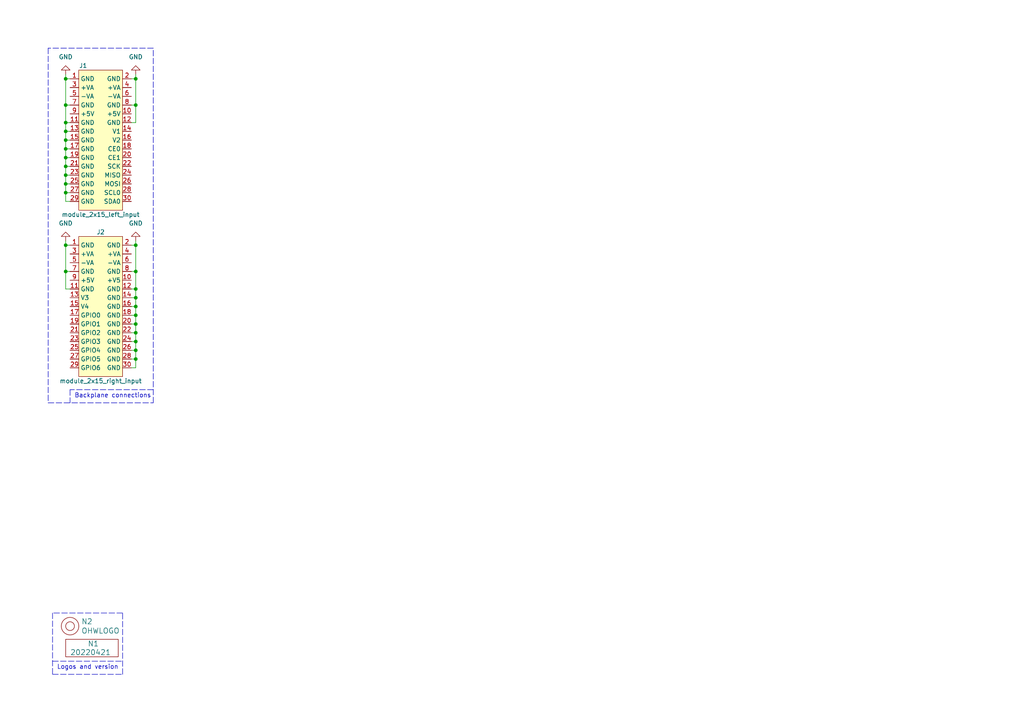
<source format=kicad_sch>
(kicad_sch (version 20211123) (generator eeschema)
  (paper "A4")
  (lib_symbols
    (symbol "SquantorConnectorsNamed:module_2x15_left_input"
      (property "Reference" "J" (at 0 21.59 0))
      (property "Value" "module_2x15_left_input" (at 0 -21.59 0))
      (symbol "module_2x15_left_input_0_1"
        (rectangle (start -6.35 20.32) (end 6.35 -20.32) (fill (type background)))
      )
      (symbol "module_2x15_left_input_1_1"
        (pin power_in line (at -8.89 17.78 0) (length 2.54) (name "GND") (number "1"))
        (pin power_in line (at 8.89 7.62 180) (length 2.54) (name "+5V") (number "10"))
        (pin power_in line (at -8.89 5.08 0) (length 2.54) (name "GND") (number "11"))
        (pin power_in line (at 8.89 5.08 180) (length 2.54) (name "GND") (number "12"))
        (pin power_in line (at -8.89 2.54 0) (length 2.54) (name "GND") (number "13"))
        (pin power_in line (at 8.89 2.54 180) (length 2.54) (name "V1") (number "14"))
        (pin power_in line (at -8.89 0 0) (length 2.54) (name "GND") (number "15"))
        (pin power_in line (at 8.89 0 180) (length 2.54) (name "V2") (number "16"))
        (pin power_in line (at -8.89 -2.54 0) (length 2.54) (name "GND") (number "17"))
        (pin input line (at 8.89 -2.54 180) (length 2.54) (name "CE0") (number "18"))
        (pin power_in line (at -8.89 -5.08 0) (length 2.54) (name "GND") (number "19"))
        (pin power_in line (at 8.89 17.78 180) (length 2.54) (name "GND") (number "2"))
        (pin input line (at 8.89 -5.08 180) (length 2.54) (name "CE1") (number "20"))
        (pin power_in line (at -8.89 -7.62 0) (length 2.54) (name "GND") (number "21"))
        (pin input line (at 8.89 -7.62 180) (length 2.54) (name "SCK") (number "22"))
        (pin power_in line (at -8.89 -10.16 0) (length 2.54) (name "GND") (number "23"))
        (pin bidirectional line (at 8.89 -10.16 180) (length 2.54) (name "MISO") (number "24"))
        (pin power_in line (at -8.89 -12.7 0) (length 2.54) (name "GND") (number "25"))
        (pin input line (at 8.89 -12.7 180) (length 2.54) (name "MOSI") (number "26"))
        (pin power_in line (at -8.89 -15.24 0) (length 2.54) (name "GND") (number "27"))
        (pin bidirectional line (at 8.89 -15.24 180) (length 2.54) (name "SCL0") (number "28"))
        (pin power_in line (at -8.89 -17.78 0) (length 2.54) (name "GND") (number "29"))
        (pin power_in line (at -8.89 15.24 0) (length 2.54) (name "+VA") (number "3"))
        (pin bidirectional line (at 8.89 -17.78 180) (length 2.54) (name "SDA0") (number "30"))
        (pin power_in line (at 8.89 15.24 180) (length 2.54) (name "+VA") (number "4"))
        (pin power_in line (at -8.89 12.7 0) (length 2.54) (name "-VA") (number "5"))
        (pin power_in line (at 8.89 12.7 180) (length 2.54) (name "-VA") (number "6"))
        (pin power_in line (at -8.89 10.16 0) (length 2.54) (name "GND") (number "7"))
        (pin power_in line (at 8.89 10.16 180) (length 2.54) (name "GND") (number "8"))
        (pin power_in line (at -8.89 7.62 0) (length 2.54) (name "+5V") (number "9"))
      )
    )
    (symbol "SquantorConnectorsNamed:module_2x15_right_input"
      (property "Reference" "J" (at 0 19.05 0))
      (property "Value" "module_2x15_right_input" (at 0 -24.13 0))
      (symbol "module_2x15_right_input_0_1"
        (rectangle (start -6.35 17.78) (end 6.35 -22.86) (fill (type background)))
      )
      (symbol "module_2x15_right_input_1_1"
        (pin power_in line (at -8.89 15.24 0) (length 2.54) (name "GND") (number "1"))
        (pin power_in line (at 8.89 5.08 180) (length 2.54) (name "+V5") (number "10"))
        (pin power_in line (at -8.89 2.54 0) (length 2.54) (name "GND") (number "11"))
        (pin power_in line (at 8.89 2.54 180) (length 2.54) (name "GND") (number "12"))
        (pin power_in line (at -8.89 0 0) (length 2.54) (name "V3") (number "13"))
        (pin power_in line (at 8.89 0 180) (length 2.54) (name "GND") (number "14"))
        (pin power_in line (at -8.89 -2.54 0) (length 2.54) (name "V4") (number "15"))
        (pin power_in line (at 8.89 -2.54 180) (length 2.54) (name "GND") (number "16"))
        (pin bidirectional line (at -8.89 -5.08 0) (length 2.54) (name "GPIO0") (number "17"))
        (pin power_in line (at 8.89 -5.08 180) (length 2.54) (name "GND") (number "18"))
        (pin bidirectional line (at -8.89 -7.62 0) (length 2.54) (name "GPIO1") (number "19"))
        (pin power_in line (at 8.89 15.24 180) (length 2.54) (name "GND") (number "2"))
        (pin power_in line (at 8.89 -7.62 180) (length 2.54) (name "GND") (number "20"))
        (pin bidirectional line (at -8.89 -10.16 0) (length 2.54) (name "GPIO2") (number "21"))
        (pin power_in line (at 8.89 -10.16 180) (length 2.54) (name "GND") (number "22"))
        (pin bidirectional line (at -8.89 -12.7 0) (length 2.54) (name "GPIO3") (number "23"))
        (pin power_in line (at 8.89 -12.7 180) (length 2.54) (name "GND") (number "24"))
        (pin bidirectional line (at -8.89 -15.24 0) (length 2.54) (name "GPIO4") (number "25"))
        (pin power_in line (at 8.89 -15.24 180) (length 2.54) (name "GND") (number "26"))
        (pin bidirectional line (at -8.89 -17.78 0) (length 2.54) (name "GPIO5") (number "27"))
        (pin power_in line (at 8.89 -17.78 180) (length 2.54) (name "GND") (number "28"))
        (pin bidirectional line (at -8.89 -20.32 0) (length 2.54) (name "GPIO6") (number "29"))
        (pin power_in line (at -8.89 12.7 0) (length 2.54) (name "+VA") (number "3"))
        (pin power_in line (at 8.89 -20.32 180) (length 2.54) (name "GND") (number "30"))
        (pin power_in line (at 8.89 12.7 180) (length 2.54) (name "+VA") (number "4"))
        (pin power_in line (at -8.89 10.16 0) (length 2.54) (name "-VA") (number "5"))
        (pin power_in line (at 8.89 10.16 180) (length 2.54) (name "-VA") (number "6"))
        (pin power_in line (at -8.89 7.62 0) (length 2.54) (name "GND") (number "7"))
        (pin power_in line (at 8.89 7.62 180) (length 2.54) (name "GND") (number "8"))
        (pin power_in line (at -8.89 5.08 0) (length 2.54) (name "+5V") (number "9"))
      )
    )
    (symbol "SquantorLabels:OHWLOGO" (pin_names (offset 1.016))
      (property "Reference" "N" (at 0 3.81 0))
      (property "Value" "OHWLOGO" (at 0 -3.81 0))
      (symbol "OHWLOGO_0_1"
        (circle (center 0 0) (radius 1.27))
        (circle (center 0 0) (radius 2.54))
      )
    )
    (symbol "SquantorLabels:VYYYYMMDD" (pin_names (offset 1.016))
      (property "Reference" "N" (at 0 2.54 0))
      (property "Value" "VYYYYMMDD" (at 0 0 0))
      (symbol "VYYYYMMDD_0_1"
        (rectangle (start 7.62 -1.27) (end -7.62 3.81))
      )
    )
    (symbol "power:GND" (power) (pin_names (offset 0))
      (property "Value" "GND" (at 0 -3.81 0))
      (symbol "GND_0_1"
        (polyline (pts (xy 0 0) (xy 0 -1.27) (xy 1.27 -1.27) (xy 0 -2.54) (xy -1.27 -1.27) (xy 0 -1.27)))
      )
      (symbol "GND_1_1"
        (pin power_in line (at 0 0 270) (length 0) hide (name "GND") (number "1"))
      )
    )
  )
  (junction (at 19.05 71.12))
  (junction (at 19.05 38.1))
  (junction (at 39.37 101.6))
  (junction (at 19.05 48.26))
  (junction (at 19.05 55.88))
  (junction (at 39.37 91.44))
  (junction (at 39.37 22.86))
  (junction (at 19.05 35.56))
  (junction (at 39.37 88.9))
  (junction (at 19.05 40.64))
  (junction (at 39.37 104.14))
  (junction (at 19.05 53.34))
  (junction (at 19.05 78.74))
  (junction (at 39.37 96.52))
  (junction (at 39.37 86.36))
  (junction (at 19.05 50.8))
  (junction (at 39.37 30.48))
  (junction (at 19.05 43.18))
  (junction (at 19.05 30.48))
  (junction (at 19.05 45.72))
  (junction (at 39.37 71.12))
  (junction (at 39.37 99.06))
  (junction (at 19.05 22.86))
  (junction (at 39.37 93.98))
  (junction (at 39.37 78.74))
  (junction (at 39.37 83.82))
  (polyline (pts (xy 20.32 113.03) (xy 20.32 116.84)))
  (wire (pts (xy 19.05 53.34) (xy 19.05 55.88)))
  (wire (pts (xy 19.05 35.56) (xy 19.05 38.1)))
  (wire (pts (xy 19.05 45.72) (xy 20.32 45.72)))
  (wire (pts (xy 19.05 30.48) (xy 20.32 30.48)))
  (wire (pts (xy 19.05 43.18) (xy 20.32 43.18)))
  (wire (pts (xy 19.05 55.88) (xy 20.32 55.88)))
  (wire (pts (xy 19.05 22.86) (xy 19.05 30.48)))
  (wire (pts (xy 39.37 71.12) (xy 39.37 69.85)))
  (wire (pts (xy 19.05 45.72) (xy 19.05 48.26)))
  (wire (pts (xy 39.37 88.9) (xy 39.37 86.36)))
  (polyline (pts (xy 15.24 177.8) (xy 15.24 195.58)))
  (polyline (pts (xy 35.56 177.8) (xy 15.24 177.8)))
  (wire (pts (xy 19.05 21.59) (xy 19.05 22.86)))
  (wire (pts (xy 39.37 91.44) (xy 39.37 88.9)))
  (polyline (pts (xy 44.45 116.84) (xy 44.45 13.97)))
  (wire (pts (xy 19.05 38.1) (xy 19.05 40.64)))
  (wire (pts (xy 39.37 22.86) (xy 38.1 22.86)))
  (wire (pts (xy 19.05 50.8) (xy 19.05 53.34)))
  (wire (pts (xy 39.37 35.56) (xy 38.1 35.56)))
  (wire (pts (xy 39.37 106.68) (xy 39.37 104.14)))
  (polyline (pts (xy 13.97 116.84) (xy 44.45 116.84)))
  (wire (pts (xy 19.05 43.18) (xy 19.05 45.72)))
  (wire (pts (xy 39.37 30.48) (xy 39.37 35.56)))
  (wire (pts (xy 19.05 38.1) (xy 20.32 38.1)))
  (wire (pts (xy 38.1 106.68) (xy 39.37 106.68)))
  (wire (pts (xy 19.05 58.42) (xy 20.32 58.42)))
  (wire (pts (xy 38.1 104.14) (xy 39.37 104.14)))
  (wire (pts (xy 19.05 71.12) (xy 19.05 69.85)))
  (wire (pts (xy 38.1 86.36) (xy 39.37 86.36)))
  (wire (pts (xy 39.37 21.59) (xy 39.37 22.86)))
  (wire (pts (xy 19.05 48.26) (xy 19.05 50.8)))
  (wire (pts (xy 19.05 35.56) (xy 20.32 35.56)))
  (wire (pts (xy 19.05 48.26) (xy 20.32 48.26)))
  (wire (pts (xy 19.05 50.8) (xy 20.32 50.8)))
  (wire (pts (xy 19.05 30.48) (xy 19.05 35.56)))
  (wire (pts (xy 39.37 101.6) (xy 39.37 99.06)))
  (polyline (pts (xy 44.45 113.03) (xy 20.32 113.03)))
  (wire (pts (xy 38.1 83.82) (xy 39.37 83.82)))
  (wire (pts (xy 19.05 53.34) (xy 20.32 53.34)))
  (wire (pts (xy 39.37 78.74) (xy 39.37 71.12)))
  (wire (pts (xy 38.1 96.52) (xy 39.37 96.52)))
  (wire (pts (xy 19.05 40.64) (xy 19.05 43.18)))
  (wire (pts (xy 39.37 30.48) (xy 38.1 30.48)))
  (wire (pts (xy 39.37 99.06) (xy 39.37 96.52)))
  (polyline (pts (xy 35.56 195.58) (xy 35.56 177.8)))
  (wire (pts (xy 39.37 86.36) (xy 39.37 83.82)))
  (polyline (pts (xy 15.24 195.58) (xy 35.56 195.58)))
  (wire (pts (xy 39.37 93.98) (xy 39.37 91.44)))
  (wire (pts (xy 38.1 78.74) (xy 39.37 78.74)))
  (polyline (pts (xy 13.97 13.97) (xy 13.97 116.84)))
  (wire (pts (xy 38.1 71.12) (xy 39.37 71.12)))
  (wire (pts (xy 39.37 96.52) (xy 39.37 93.98)))
  (wire (pts (xy 39.37 22.86) (xy 39.37 30.48)))
  (wire (pts (xy 39.37 83.82) (xy 39.37 78.74)))
  (wire (pts (xy 38.1 91.44) (xy 39.37 91.44)))
  (wire (pts (xy 19.05 83.82) (xy 19.05 78.74)))
  (wire (pts (xy 39.37 104.14) (xy 39.37 101.6)))
  (wire (pts (xy 38.1 88.9) (xy 39.37 88.9)))
  (wire (pts (xy 19.05 55.88) (xy 19.05 58.42)))
  (wire (pts (xy 19.05 78.74) (xy 19.05 71.12)))
  (wire (pts (xy 20.32 78.74) (xy 19.05 78.74)))
  (wire (pts (xy 38.1 101.6) (xy 39.37 101.6)))
  (wire (pts (xy 38.1 93.98) (xy 39.37 93.98)))
  (wire (pts (xy 19.05 22.86) (xy 20.32 22.86)))
  (wire (pts (xy 20.32 83.82) (xy 19.05 83.82)))
  (wire (pts (xy 38.1 99.06) (xy 39.37 99.06)))
  (wire (pts (xy 20.32 71.12) (xy 19.05 71.12)))
  (wire (pts (xy 19.05 40.64) (xy 20.32 40.64)))
  (polyline (pts (xy 15.24 191.77) (xy 35.56 191.77)))
  (polyline (pts (xy 44.45 13.97) (xy 13.97 13.97)))
  (text "Backplane connections" (at 21.59 115.57 0) (effects (font (size 1.27 1.27)) (justify left bottom)))
  (text "Logos and version" (at 16.51 194.31 0) (effects (font (size 1.27 1.27)) (justify left bottom)))
  (symbol (lib_id "SquantorLabels:VYYYYMMDD") (at 26.67 189.23 0) (unit 1)
    (property "Reference" "N1" (at 25.4 186.69 0) (effects (font (size 1.524 1.524)) (justify left)))
    (property "Value" "20220421" (at 20.32 189.23 0) (effects (font (size 1.524 1.524)) (justify left)))
    (property "Footprint" "SquantorLabels:Label_Generic" (effects hide))
  )
  (symbol (lib_id "SquantorLabels:OHWLOGO") (at 20.32 181.61 0) (unit 1)
    (property "Reference" "N2" (at 23.5712 180.2638 0) (effects (font (size 1.524 1.524)) (justify left)))
    (property "Value" "OHWLOGO" (at 23.5712 182.9562 0) (effects (font (size 1.524 1.524)) (justify left)))
    (property "Footprint" "Symbol:OSHW-Symbol_6.7x6mm_SilkScreen" (effects hide))
  )
  (symbol (lib_id "SquantorConnectorsNamed:module_2x15_left_input") (at 29.21 40.64 0) (unit 1)
    (property "Reference" "J1" (at 24.13 19.05 0))
    (property "Value" "module_2x15_left_input" (at 29.21 62.23 0))
    (property "Footprint" "SquantorConnectorsNamed:module_2x15_left" (effects hide))
  )
  (symbol (lib_id "power:GND") (at 39.37 69.85 180) (unit 1)
    (property "Reference" "#PWR0102" (effects hide))
    (property "Value" "GND" (at 39.37 64.77 0))
  )
  (symbol (lib_id "power:GND") (at 19.05 69.85 180) (unit 1)
    (property "Reference" "#PWR0101" (effects hide))
    (property "Value" "GND" (at 19.05 64.77 0))
  )
  (symbol (lib_id "power:GND") (at 39.37 21.59 180) (unit 1)
    (property "Reference" "#PWR0104" (effects hide))
    (property "Value" "GND" (at 39.37 16.51 0))
  )
  (symbol (lib_id "SquantorConnectorsNamed:module_2x15_right_input") (at 29.21 86.36 0) (unit 1)
    (property "Reference" "J2" (at 29.21 67.31 0))
    (property "Value" "module_2x15_right_input" (at 29.21 110.49 0))
    (property "Footprint" "SquantorConnectorsNamed:module_2x15_right" (effects hide))
  )
  (symbol (lib_id "power:GND") (at 19.05 21.59 180) (unit 1)
    (property "Reference" "#PWR0103" (effects hide))
    (property "Value" "GND" (at 19.05 16.51 0))
  )
)
</source>
